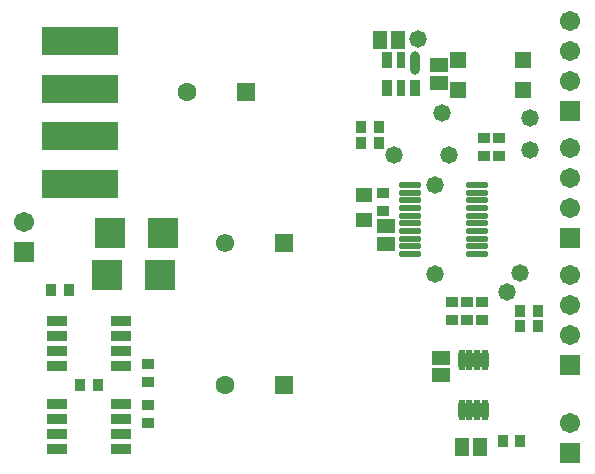
<source format=gts>
G04*
G04 #@! TF.GenerationSoftware,Altium Limited,Altium Designer,21.0.9 (235)*
G04*
G04 Layer_Color=8388736*
%FSLAX44Y44*%
%MOMM*%
G71*
G04*
G04 #@! TF.SameCoordinates,3ED63D2E-4D53-4139-B350-83C99BDD6A5C*
G04*
G04*
G04 #@! TF.FilePolarity,Negative*
G04*
G01*
G75*
%ADD31O,1.9032X0.5532*%
%ADD32R,1.7292X0.8532*%
%ADD33R,1.1032X0.9032*%
%ADD34R,0.9032X1.4032*%
%ADD35O,0.6032X1.8032*%
%ADD36R,1.6032X1.3032*%
%ADD37R,1.3032X1.6032*%
%ADD38R,2.5032X2.5032*%
%ADD39R,0.9032X1.1032*%
%ADD40R,6.5032X2.4032*%
%ADD41R,0.8032X1.4032*%
G04:AMPARAMS|DCode=42|XSize=2.0032mm|YSize=0.8032mm|CornerRadius=0.4016mm|HoleSize=0mm|Usage=FLASHONLY|Rotation=270.000|XOffset=0mm|YOffset=0mm|HoleType=Round|Shape=RoundedRectangle|*
%AMROUNDEDRECTD42*
21,1,2.0032,0.0000,0,0,270.0*
21,1,1.2000,0.8032,0,0,270.0*
1,1,0.8032,0.0000,-0.6000*
1,1,0.8032,0.0000,0.6000*
1,1,0.8032,0.0000,0.6000*
1,1,0.8032,0.0000,-0.6000*
%
%ADD42ROUNDEDRECTD42*%
%ADD43R,1.4032X1.3032*%
%ADD44R,1.4732X1.4732*%
%ADD45C,1.5532*%
%ADD46R,1.5532X1.5532*%
%ADD47C,1.7032*%
%ADD48R,1.7032X1.7032*%
%ADD49R,1.6032X1.6032*%
%ADD50C,1.6032*%
%ADD51C,1.4732*%
D31*
X403500Y185750D02*
D03*
Y192250D02*
D03*
Y198750D02*
D03*
Y205250D02*
D03*
Y211750D02*
D03*
Y218250D02*
D03*
Y224750D02*
D03*
Y231250D02*
D03*
Y237750D02*
D03*
Y244250D02*
D03*
X346500Y185750D02*
D03*
Y192250D02*
D03*
Y198750D02*
D03*
Y205250D02*
D03*
Y211750D02*
D03*
Y218250D02*
D03*
Y224750D02*
D03*
Y231250D02*
D03*
Y237750D02*
D03*
Y244250D02*
D03*
D32*
X102120Y59050D02*
D03*
Y46350D02*
D03*
Y33650D02*
D03*
Y20950D02*
D03*
X47880D02*
D03*
Y33650D02*
D03*
Y46350D02*
D03*
Y59050D02*
D03*
X102120Y129050D02*
D03*
Y116350D02*
D03*
Y103650D02*
D03*
Y90950D02*
D03*
X47880D02*
D03*
Y103650D02*
D03*
Y116350D02*
D03*
Y129050D02*
D03*
D33*
X422000Y268500D02*
D03*
Y283500D02*
D03*
X125000Y42500D02*
D03*
X382500Y130000D02*
D03*
Y145000D02*
D03*
X395000Y130000D02*
D03*
Y145000D02*
D03*
X407500Y130000D02*
D03*
Y145000D02*
D03*
X125000Y92500D02*
D03*
Y77500D02*
D03*
Y57500D02*
D03*
X324000Y222500D02*
D03*
Y237500D02*
D03*
X409000Y283500D02*
D03*
Y268500D02*
D03*
D34*
X327500Y350000D02*
D03*
X350500Y326000D02*
D03*
X327500D02*
D03*
D35*
X390250Y96000D02*
D03*
Y54000D02*
D03*
X409750Y96000D02*
D03*
X403250D02*
D03*
X396750D02*
D03*
X409750Y54000D02*
D03*
X403250D02*
D03*
X396750D02*
D03*
D36*
X373000Y98000D02*
D03*
X326000Y194500D02*
D03*
X371000Y345500D02*
D03*
Y330500D02*
D03*
X326000Y209500D02*
D03*
X373000Y83000D02*
D03*
D37*
X321500Y367000D02*
D03*
X390500Y22000D02*
D03*
X405500D02*
D03*
X336500Y367000D02*
D03*
D38*
X135000Y167500D02*
D03*
X90000D02*
D03*
X137250Y203500D02*
D03*
X92250D02*
D03*
D39*
X82500Y75000D02*
D03*
X425000Y27500D02*
D03*
X305500Y280000D02*
D03*
Y293000D02*
D03*
X67500Y75000D02*
D03*
X57500Y155000D02*
D03*
X42500D02*
D03*
X320500Y280000D02*
D03*
Y293000D02*
D03*
X440000Y137500D02*
D03*
X455000D02*
D03*
X440000Y124600D02*
D03*
X455000D02*
D03*
X440000Y27500D02*
D03*
D40*
X67500Y366000D02*
D03*
Y286000D02*
D03*
Y245000D02*
D03*
Y325000D02*
D03*
D41*
X339000Y326000D02*
D03*
Y350000D02*
D03*
D42*
X350500Y347000D02*
D03*
D43*
X308000Y214500D02*
D03*
Y235500D02*
D03*
D44*
X387500Y350200D02*
D03*
Y324800D02*
D03*
X442500D02*
D03*
Y350200D02*
D03*
D45*
X190000Y195000D02*
D03*
D46*
X240000D02*
D03*
D47*
X482500Y250400D02*
D03*
Y167900D02*
D03*
Y332100D02*
D03*
Y357500D02*
D03*
Y382900D02*
D03*
Y225000D02*
D03*
Y275800D02*
D03*
Y117100D02*
D03*
Y142500D02*
D03*
X20000Y212500D02*
D03*
X482500Y42900D02*
D03*
D48*
Y306700D02*
D03*
Y199600D02*
D03*
Y91700D02*
D03*
X20000Y187100D02*
D03*
X482500Y17500D02*
D03*
D49*
X207500Y322500D02*
D03*
X240000Y75000D02*
D03*
D50*
X190000D02*
D03*
X157500Y322500D02*
D03*
D51*
X368000Y169000D02*
D03*
X353000Y367890D02*
D03*
X374000Y305000D02*
D03*
X368000Y244000D02*
D03*
X333000Y269610D02*
D03*
X380000D02*
D03*
X447934Y273934D02*
D03*
X448000Y301000D02*
D03*
X429000Y153688D02*
D03*
X440000Y170000D02*
D03*
M02*

</source>
